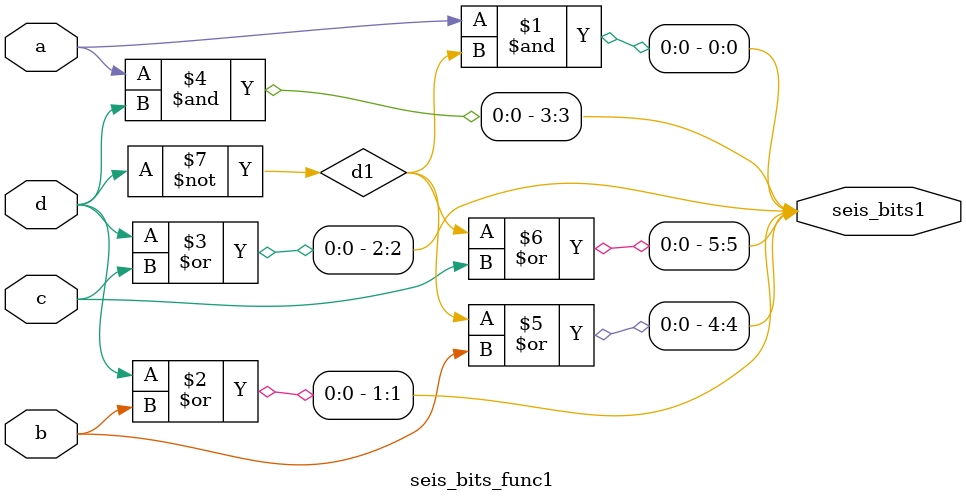
<source format=v>
module seis_bits_func1(
	input a,b,c,d,
	output wire [5:0] seis_bits1
);
//saida 1
not not0(d1,d);
and and0(seis_bits1[0],a,d1);
//saida 2
or or0(seis_bits1[1],d,b);
//saida 3
or or1(seis_bits1[2],d,c);
//saida 4
and and1(seis_bits1[3],a,d);
//saida 5
or or2(seis_bits1[4],d1,b);
//saida 6
or or3(seis_bits1[5],d1,c);
endmodule 
//transfere os 3 bits da função da interface 2 para a interface de saida correta e 000 para a outra 
</source>
